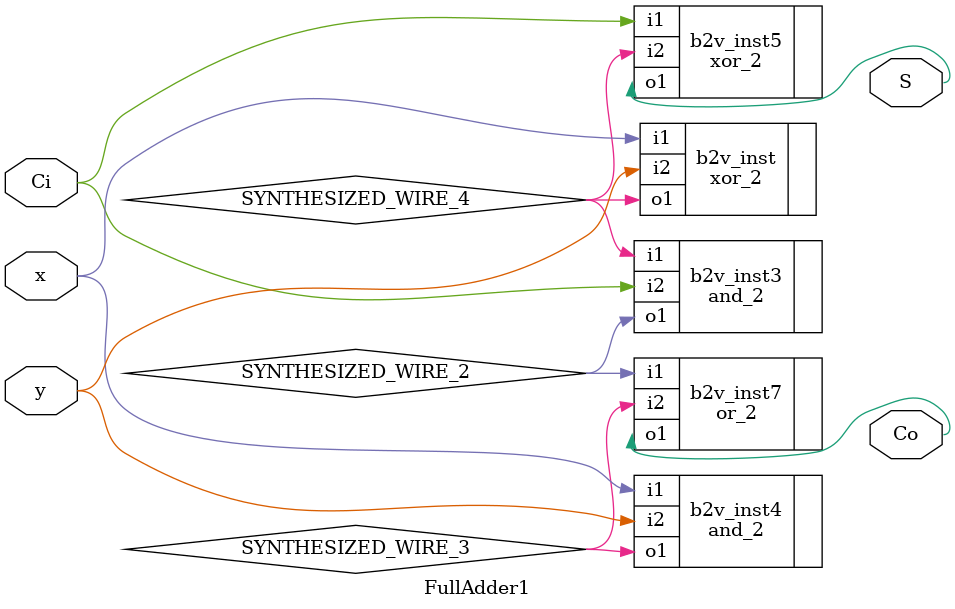
<source format=v>


module FullAdder1(
	Ci,
	x,
	y,
	S,
	Co
);


input wire	Ci;
input wire	x;
input wire	y;
output wire	S;
output wire	Co;

wire	SYNTHESIZED_WIRE_4;
wire	SYNTHESIZED_WIRE_2;
wire	SYNTHESIZED_WIRE_3;





xor_2	b2v_inst(
	.i1(x),
	.i2(y),
	.o1(SYNTHESIZED_WIRE_4));


and_2	b2v_inst3(
	.i1(SYNTHESIZED_WIRE_4),
	.i2(Ci),
	.o1(SYNTHESIZED_WIRE_2));


and_2	b2v_inst4(
	.i1(x),
	.i2(y),
	.o1(SYNTHESIZED_WIRE_3));


xor_2	b2v_inst5(
	.i1(Ci),
	.i2(SYNTHESIZED_WIRE_4),
	.o1(S));


or_2	b2v_inst7(
	.i1(SYNTHESIZED_WIRE_2),
	.i2(SYNTHESIZED_WIRE_3),
	.o1(Co));


endmodule

</source>
